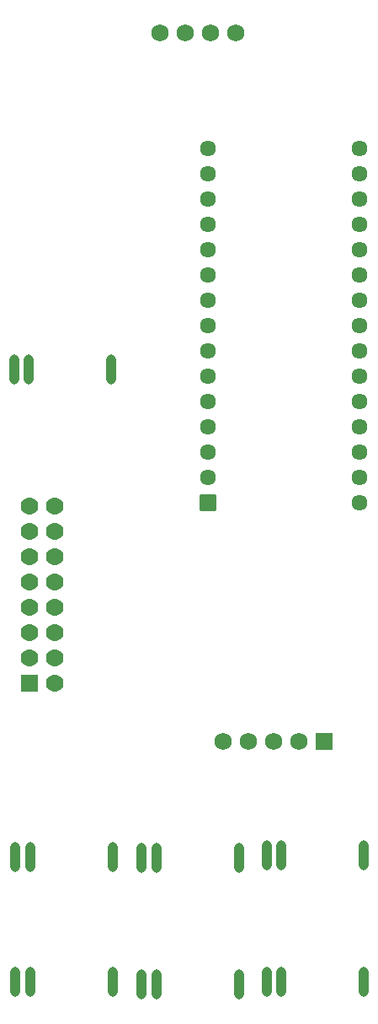
<source format=gbs>
G04 Layer: BottomSolderMaskLayer*
G04 EasyEDA v6.5.22, 2023-02-15 17:28:14*
G04 889346655b5e4dd39cbf71a95156414b,7be1179030e74d40a97a3c751b95adb4,10*
G04 Gerber Generator version 0.2*
G04 Scale: 100 percent, Rotated: No, Reflected: No *
G04 Dimensions in millimeters *
G04 leading zeros omitted , absolute positions ,4 integer and 5 decimal *
%FSLAX45Y45*%
%MOMM*%

%AMMACRO1*1,1,$1,$2,$3*1,1,$1,$4,$5*1,1,$1,0-$2,0-$3*1,1,$1,0-$4,0-$5*20,1,$1,$2,$3,$4,$5,0*20,1,$1,$4,$5,0-$2,0-$3,0*20,1,$1,0-$2,0-$3,0-$4,0-$5,0*20,1,$1,0-$4,0-$5,$2,$3,0*4,1,4,$2,$3,$4,$5,0-$2,0-$3,0-$4,0-$5,$2,$3,0*%
%ADD10MACRO1,0.1016X-0.754X0.754X-0.754X-0.754*%
%ADD11C,1.6096*%
%ADD12C,1.7653*%
%ADD13MACRO1,0.1016X-0.8319X-0.8319X0.8319X-0.8319*%
%ADD14O,1.0031984X3.0031944000000004*%
%ADD15C,1.7272*%
%ADD16MACRO1,0.2032X0.762X-0.762X-0.762X-0.762*%

%LPD*%
D10*
G01*
X-1917700Y-977900D03*
D11*
G01*
X-1917700Y-723900D03*
G01*
X-1917700Y-469900D03*
G01*
X-1917700Y-215900D03*
G01*
X-1917700Y38100D03*
G01*
X-1917700Y292100D03*
G01*
X-1917700Y546100D03*
G01*
X-1917700Y800100D03*
G01*
X-1917700Y1054100D03*
G01*
X-1917700Y1308100D03*
G01*
X-1917700Y1562100D03*
G01*
X-1917700Y1816100D03*
G01*
X-393700Y-977900D03*
G01*
X-393700Y-723900D03*
G01*
X-393700Y-469900D03*
G01*
X-393700Y-215900D03*
G01*
X-393700Y38100D03*
G01*
X-393700Y292100D03*
G01*
X-393700Y800100D03*
G01*
X-393700Y1054100D03*
G01*
X-393700Y1562100D03*
G01*
X-393700Y1816100D03*
G01*
X-393700Y1308100D03*
G01*
X-393700Y546100D03*
G01*
X-1917700Y2070100D03*
G01*
X-1917700Y2324100D03*
G01*
X-1917700Y2578100D03*
G01*
X-393700Y2070100D03*
G01*
X-393700Y2324100D03*
G01*
X-393700Y2578100D03*
D12*
G01*
X-3454400Y-1270000D03*
G01*
X-3708400Y-1270000D03*
G01*
X-3454400Y-1778000D03*
G01*
X-3708400Y-1778000D03*
G01*
X-3454400Y-2032000D03*
G01*
X-3708400Y-2032000D03*
G01*
X-3454400Y-2286000D03*
G01*
X-3708400Y-2286000D03*
G01*
X-3454400Y-2540000D03*
G01*
X-3708400Y-2540000D03*
G01*
X-3454400Y-1016000D03*
G01*
X-3708400Y-1016000D03*
G01*
X-3454400Y-1524000D03*
G01*
X-3708400Y-1524000D03*
G01*
X-3454400Y-2794000D03*
D13*
G01*
X-3708400Y-2794000D03*
D14*
G01*
X-3704412Y-4533900D03*
G01*
X-2872409Y-4533900D03*
G01*
X-3852392Y-4533900D03*
G01*
X-2434412Y-4546600D03*
G01*
X-1602409Y-4546600D03*
G01*
X-2582392Y-4546600D03*
G01*
X-1177112Y-4521200D03*
G01*
X-345109Y-4521200D03*
G01*
X-1325092Y-4521200D03*
G01*
X-3704412Y-5791200D03*
G01*
X-2872409Y-5791200D03*
G01*
X-3852392Y-5791200D03*
G01*
X-2434412Y-5816600D03*
G01*
X-1602409Y-5816600D03*
G01*
X-2582392Y-5816600D03*
G01*
X-1177112Y-5791200D03*
G01*
X-345109Y-5791200D03*
G01*
X-1325092Y-5791200D03*
G01*
X-3717112Y355600D03*
G01*
X-2885109Y355600D03*
G01*
X-3865092Y355600D03*
D15*
G01*
X-1638300Y3733800D03*
G01*
X-1892300Y3733800D03*
G01*
X-2146300Y3733800D03*
G01*
X-2400300Y3733800D03*
D16*
G01*
X-749300Y-3378200D03*
D15*
G01*
X-1003300Y-3378200D03*
G01*
X-1257300Y-3378200D03*
G01*
X-1511300Y-3378200D03*
G01*
X-1765300Y-3378200D03*
M02*

</source>
